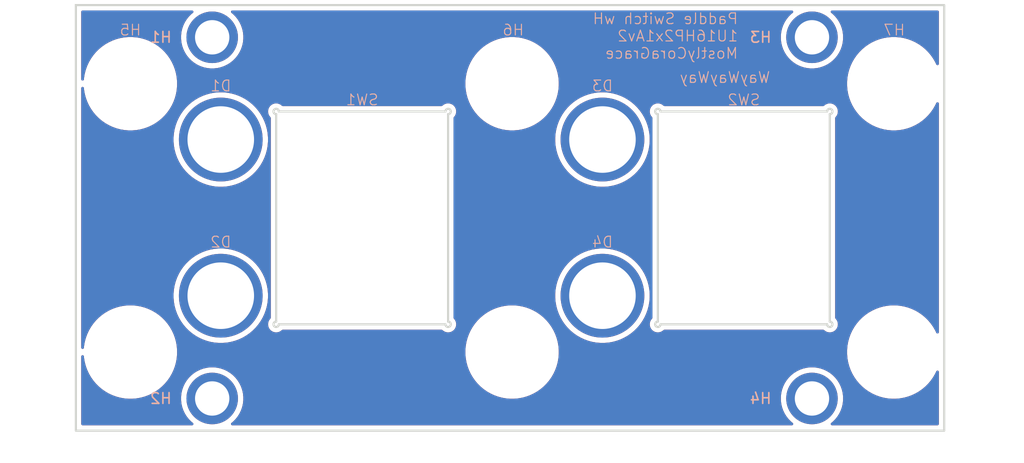
<source format=kicad_pcb>
(kicad_pcb (version 20241229) (generator "pcbnew") (generator_version "9.0")
  (layers (0 "F.Cu" signal) (2 "B.Cu" signal) (13 "F.Paste" user) (15 "B.Paste" user) (5 "F.SilkS" user "F.Silkscreen") (7 "B.SilkS" user "B.Silkscreen") (1 "F.Mask" user) (3 "B.Mask" user) (25 "Edge.Cuts" user))
  (net 0 "")
  (footprint "EXC:MountingHole_3.2mm_M3" (layer "F.Cu") (at 68.58 39.075)
    (property "Reference" "H4" (at -3.683 0 0) (layer "B.SilkS") (effects (justify left mirror)))
    (property "Value" "Eurorack_M3_MountingHole")
    (pad "" thru_hole circle (at 0 0) (size 4.8 4.8) (drill 3.2) (layers "*.Cu" "*.Mask"))
  )
  (footprint "EXC:SW_DPDT_p5xp6i_Panel_Mount_Paddle_Switch_B" (layer "F.Cu") (at 62.23 22.25)
    (property "Reference" "SW2" (at 0 -11 0) (layer "B.SilkS") (effects (font (thickness 0.1)) (justify mirror)))
    (property "Value" "SW_DPDT-p5xp6i_Panel_Mount_Paddle_Switch_B")
    (fp_line (start -8.01 9.665) (end -8.009999 -9.665) (stroke (width 0.2)) (layer "Edge.Cuts"))
    (fp_line (start -7.76 -9.915) (end 7.76 -9.915) (stroke (width 0.2)) (layer "Edge.Cuts"))
    (fp_line (start 7.76 9.915) (end -7.76 9.914999) (stroke (width 0.2)) (layer "Edge.Cuts"))
    (fp_line (start 8.01 -9.665) (end 8.01 9.665) (stroke (width 0.2)) (layer "Edge.Cuts"))
    (fp_arc (start -8.01 -9.665) (mid -8.186777 -10.091777) (end -7.76 -9.915) (stroke (width 0.2)) (layer "Edge.Cuts"))
    (fp_arc (start -7.76 9.915) (mid -8.186777 10.091777) (end -8.01 9.665) (stroke (width 0.2)) (layer "Edge.Cuts"))
    (fp_arc (start 7.76 -9.915) (mid 8.186777 -10.091777) (end 8.01 -9.665) (stroke (width 0.2)) (layer "Edge.Cuts"))
    (fp_arc (start 8.01 9.665) (mid 8.186777 10.091777) (end 7.76 9.915) (stroke (width 0.2)) (layer "Edge.Cuts"))
  )
  (footprint "EXC:MountingHole_3.2mm_M3" (layer "F.Cu") (at 12.7 39.075)
    (property "Reference" "H2" (at -3.683 0 0) (layer "B.SilkS") (effects (justify left mirror)))
    (property "Value" "Eurorack_M3_MountingHole")
    (pad "" thru_hole circle (at 0 0) (size 4.8 4.8) (drill 3.2) (layers "*.Cu" "*.Mask"))
  )
  (footprint "EXC:6mm_Panel_Mount_LED" (layer "F.Cu") (at 49.06 14.95)
    (property "Reference" "D3" (at 0 -5 0) (layer "B.SilkS") (effects (font (thickness 0.1)) (justify mirror)))
    (property "Value" "6mm_Panel_Mount_LED")
    (pad "" thru_hole circle (at 0 0) (size 7.8 7.8) (drill 6.2) (layers "*.Cu" "*.Mask"))
  )
  (footprint "EXC:Handle_1UM3P25_B" (layer "F.Cu") (at 5.08 9.75)
    (property "Reference" "H5" (at 0 -5 0) (layer "B.SilkS") (effects (font (thickness 0.1)) (justify mirror)))
    (property "Value" "Handle_1UM3P25_PanelMount_B")
    (pad "" np_thru_hole circle (at 0 0) (size 8.2 8.2) (drill 8.2) (layers "*.Cu" "*.Mask"))
    (pad "" np_thru_hole circle (at 0 25) (size 8.2 8.2) (drill 8.2) (layers "*.Cu" "*.Mask"))
  )
  (footprint "EXC:Handle_1UM3P25_B" (layer "F.Cu") (at 40.64 9.75)
    (property "Reference" "H6" (at 0.11 -5 0) (layer "B.SilkS") (effects (font (thickness 0.1)) (justify mirror)))
    (property "Value" "Handle_1UM3P25_PanelMount_B")
    (pad "" np_thru_hole circle (at 0 0) (size 8.2 8.2) (drill 8.2) (layers "*.Cu" "*.Mask"))
    (pad "" np_thru_hole circle (at 0 25) (size 8.2 8.2) (drill 8.2) (layers "*.Cu" "*.Mask"))
  )
  (footprint "EXC:MountingHole_3.2mm_M3" (layer "F.Cu") (at 12.7 5.425)
    (property "Reference" "H1" (at -3.683 0 0) (layer "B.SilkS") (effects (justify left mirror)))
    (property "Value" "Eurorack_M3_MountingHole")
    (pad "" thru_hole circle (at 0 0) (size 4.8 4.8) (drill 3.2) (layers "*.Cu" "*.Mask"))
  )
  (footprint "EXC:6mm_Panel_Mount_LED" (layer "F.Cu") (at 13.5 29.5)
    (property "Reference" "D2" (at 0 -5 0) (layer "B.SilkS") (effects (font (thickness 0.1)) (justify mirror)))
    (property "Value" "6mm_Panel_Mount_LED")
    (pad "" thru_hole circle (at 0 0) (size 7.8 7.8) (drill 6.2) (layers "*.Cu" "*.Mask"))
  )
  (footprint "EXC:SW_DPDT_p5xp6i_Panel_Mount_Paddle_Switch_B" (layer "F.Cu") (at 26.67 22.25)
    (property "Reference" "SW1" (at 0 -11 0) (layer "B.SilkS") (effects (font (thickness 0.1)) (justify mirror)))
    (property "Value" "SW_DPDT-p5xp6i_Panel_Mount_Paddle_Switch_B")
    (fp_line (start -8.01 9.665) (end -8.009999 -9.665) (stroke (width 0.2)) (layer "Edge.Cuts"))
    (fp_line (start -7.76 -9.915) (end 7.76 -9.915) (stroke (width 0.2)) (layer "Edge.Cuts"))
    (fp_line (start 7.76 9.915) (end -7.76 9.914999) (stroke (width 0.2)) (layer "Edge.Cuts"))
    (fp_line (start 8.01 -9.665) (end 8.01 9.665) (stroke (width 0.2)) (layer "Edge.Cuts"))
    (fp_arc (start -8.01 -9.665) (mid -8.186777 -10.091777) (end -7.76 -9.915) (stroke (width 0.2)) (layer "Edge.Cuts"))
    (fp_arc (start -7.76 9.915) (mid -8.186777 10.091777) (end -8.01 9.665) (stroke (width 0.2)) (layer "Edge.Cuts"))
    (fp_arc (start 7.76 -9.915) (mid 8.186777 -10.091777) (end 8.01 -9.665) (stroke (width 0.2)) (layer "Edge.Cuts"))
    (fp_arc (start 8.01 9.665) (mid 8.186777 10.091777) (end 7.76 9.915) (stroke (width 0.2)) (layer "Edge.Cuts"))
  )
  (footprint "EXC:6mm_Panel_Mount_LED" (layer "F.Cu") (at 49.06 29.5)
    (property "Reference" "D4" (at 0 -5 0) (layer "B.SilkS") (effects (font (thickness 0.1)) (justify mirror)))
    (property "Value" "6mm_Panel_Mount_LED")
    (pad "" thru_hole circle (at 0 0) (size 7.8 7.8) (drill 6.2) (layers "*.Cu" "*.Mask"))
  )
  (footprint "EXC:Handle_1UM3P25_B" (layer "F.Cu") (at 76.2 9.75)
    (property "Reference" "H7" (at 0.05 -5 0) (layer "B.SilkS") (effects (font (thickness 0.1)) (justify mirror)))
    (property "Value" "Handle_1UM3P25_PanelMount_B")
    (pad "" np_thru_hole circle (at 0 0) (size 8.2 8.2) (drill 8.2) (layers "*.Cu" "*.Mask"))
    (pad "" np_thru_hole circle (at 0 25) (size 8.2 8.2) (drill 8.2) (layers "*.Cu" "*.Mask"))
  )
  (footprint "EXC:MountingHole_3.2mm_M3" (layer "F.Cu") (at 68.58 5.425)
    (property "Reference" "H3" (at -3.683 0 0) (layer "B.SilkS") (effects (justify left mirror)))
    (property "Value" "Eurorack_M3_MountingHole")
    (pad "" thru_hole circle (at 0 0) (size 4.8 4.8) (drill 3.2) (layers "*.Cu" "*.Mask"))
  )
  (footprint "EXC:6mm_Panel_Mount_LED" (layer "F.Cu") (at 13.5 14.95)
    (property "Reference" "D1" (at 0 -5 0) (layer "B.SilkS") (effects (font (thickness 0.1)) (justify mirror)))
    (property "Value" "6mm_Panel_Mount_LED")
    (pad "" thru_hole circle (at 0 0) (size 7.8 7.8) (drill 6.2) (layers "*.Cu" "*.Mask"))
  )
  (gr_rect (start 0 2.425) (end 80.9 42.075) (stroke (width 0.2)) (fill no) (layer "Edge.Cuts"))
  (gr_text "WayWayWay" (at 64.75 9.75 0) (layer "B.SilkS") (effects (font (size 1 1) (thickness 0.1)) (justify left bottom mirror)))
  (gr_text "Paddle Switch wH\n1U16HP2x1Av2\nMostlyCoraGrace" (at 61.75 7.5 0) (layer "B.SilkS") (effects (font (size 1 1) (thickness 0.1)) (justify left bottom mirror)))
  (zone (net 0) (net_name "") (layers "F.Cu" "B.Cu") (connect_pads (clearance 0.5)) (min_thickness 0.25) (fill yes (thermal_gap 0.5) (thermal_bridge_width 0.5) (island_removal_mode 1) (island_area_min 10))
    (polygon (pts (xy 0 2.425) (xy 80.9 2.425) (xy 80.9 42.075) (xy 0 42.075)))
  )
)
</source>
